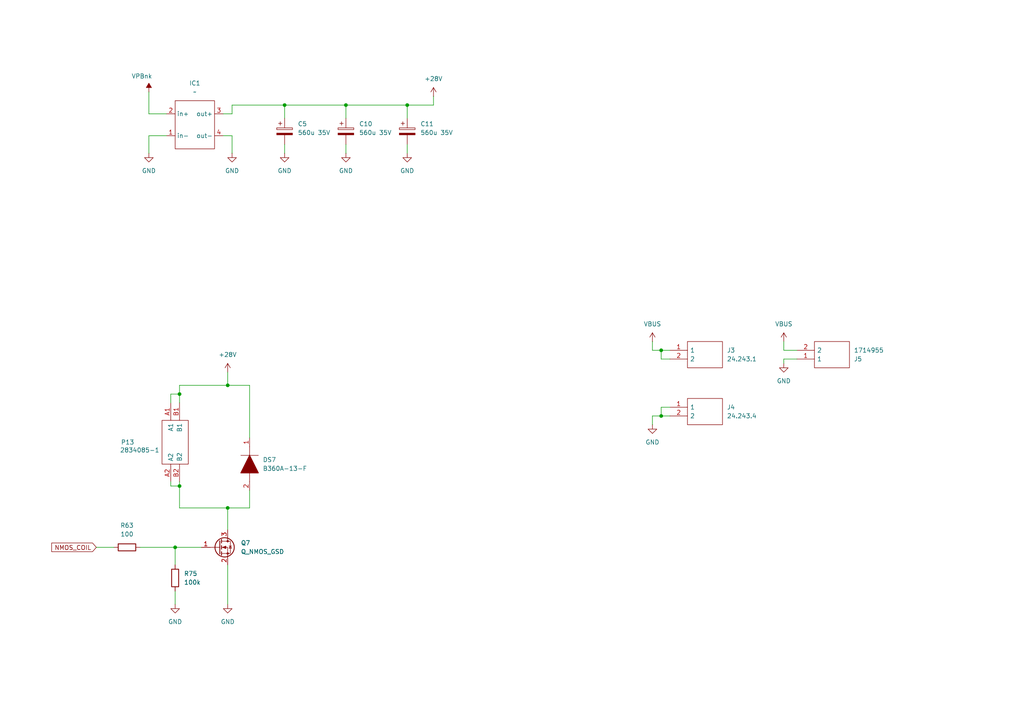
<source format=kicad_sch>
(kicad_sch (version 20250114) (generator "eeschema") (generator_version "9.0")
  (paper "A4")
  (lib_symbols
    (symbol "Device:C_Polarized" (pin_numbers (hide yes)) (pin_names (offset 0.254))
      (property "Reference" "C" (at 0.635 2.54 0))
      (property "Value" "C_Polarized" (at 0.635 -2.54 0))
      (symbol "C_Polarized_0_1"
        (rectangle (start -2.286 0.508) (end 2.286 1.016))
        (polyline (pts (xy -1.778 2.286) (xy -0.762 2.286)))
        (polyline (pts (xy -1.27 2.794) (xy -1.27 1.778)))
        (rectangle (start 2.286 -0.508) (end -2.286 -1.016) (fill (type outline)))
      )
      (symbol "C_Polarized_1_1"
        (pin passive line (at 0 3.81 270) (length 2.794) (name "~") (number "1"))
        (pin passive line (at 0 -3.81 90) (length 2.794) (name "~") (number "2"))
      )
    )
    (symbol "Device:R" (pin_numbers (hide yes)) (pin_names (offset 0))
      (property "Reference" "R" (at 2.032 0 90))
      (property "Value" "R" (at 0 0 90))
      (symbol "R_0_1"
        (rectangle (start -1.016 -2.54) (end 1.016 2.54) (stroke (width 0.254)))
      )
      (symbol "R_1_1"
        (pin passive line (at 0 3.81 270) (length 1.27) (name "~") (number "1"))
        (pin passive line (at 0 -3.81 90) (length 1.27) (name "~") (number "2"))
      )
    )
    (symbol "SamacSys_Parts:1714955" (pin_names (offset 0.762))
      (property "Reference" "J" (at 16.51 7.62 0))
      (property "Value" "1714955" (at 16.51 5.08 0))
      (symbol "1714955_0_0"
        (pin passive line (at 0 0 0) (length 5.08) (name "1") (number "1"))
        (pin passive line (at 0 -2.54 0) (length 5.08) (name "2") (number "2"))
      )
      (symbol "1714955_0_1"
        (polyline (pts (xy 5.08 2.54) (xy 15.24 2.54) (xy 15.24 -5.08) (xy 5.08 -5.08) (xy 5.08 2.54)) (stroke (width 0.1524)))
      )
    )
    (symbol "SamacSys_Parts:24.243.1" (pin_names (offset 0.762))
      (property "Reference" "J" (at 16.51 7.62 0))
      (property "Value" "24.243.1" (at 16.51 5.08 0))
      (symbol "24.243.1_0_0"
        (pin passive line (at 0 0 0) (length 5.08) (name "1") (number "1"))
        (pin passive line (at 0 -2.54 0) (length 5.08) (name "2") (number "2"))
      )
      (symbol "24.243.1_0_1"
        (polyline (pts (xy 5.08 2.54) (xy 15.24 2.54) (xy 15.24 -5.08) (xy 5.08 -5.08) (xy 5.08 2.54)) (stroke (width 0.1524)))
      )
    )
    (symbol "SamacSys_Parts:24.243.4" (pin_names (offset 0.762))
      (property "Reference" "J" (at 16.51 7.62 0))
      (property "Value" "24.243.4" (at 16.51 5.08 0))
      (symbol "24.243.4_0_0"
        (pin passive line (at 0 0 0) (length 5.08) (name "1") (number "1"))
        (pin passive line (at 0 -2.54 0) (length 5.08) (name "2") (number "2"))
      )
      (symbol "24.243.4_0_1"
        (polyline (pts (xy 5.08 2.54) (xy 15.24 2.54) (xy 15.24 -5.08) (xy 5.08 -5.08) (xy 5.08 2.54)) (stroke (width 0.1524)))
      )
    )
    (symbol "SamacSys_Parts:2834085-1" (pin_names (offset 0.762))
      (property "Reference" "J" (at 19.05 7.62 0))
      (property "Value" "2834085-1" (at 19.05 5.08 0))
      (symbol "2834085-1_0_0"
        (pin passive line (at 0 0 0) (length 5.08) (name "B1") (number "B1"))
        (pin passive line (at 0 -2.54 0) (length 5.08) (name "A1") (number "A1"))
        (pin passive line (at 22.86 0 180) (length 5.08) (name "B2") (number "B2"))
        (pin passive line (at 22.86 -2.54 180) (length 5.08) (name "A2") (number "A2"))
      )
      (symbol "2834085-1_0_1"
        (polyline (pts (xy 5.08 2.54) (xy 17.78 2.54) (xy 17.78 -5.08) (xy 5.08 -5.08) (xy 5.08 2.54)) (stroke (width 0.1524)))
      )
    )
    (symbol "SamacSys_Parts:B360A-13-F" (pin_names (offset 0.762))
      (property "Reference" "D" (at 11.43 5.08 0))
      (property "Value" "B360A-13-F" (at 11.43 2.54 0))
      (symbol "B360A-13-F_0_0"
        (pin passive line (at 0 0 0) (length 2.54) (name "~") (number "1"))
        (pin passive line (at 15.24 0 180) (length 2.54) (name "~") (number "2"))
      )
      (symbol "B360A-13-F_0_1"
        (polyline (pts (xy 2.54 0) (xy 5.08 0)) (stroke (width 0.1524)))
        (polyline (pts (xy 5.08 2.54) (xy 5.08 -2.54)) (stroke (width 0.1524)))
        (polyline (pts (xy 5.08 0) (xy 10.16 2.54) (xy 10.16 -2.54) (xy 5.08 0)) (stroke (width 0.254)) (fill (type outline)))
        (polyline (pts (xy 10.16 0) (xy 12.7 0)) (stroke (width 0.1524)))
      )
    )
    (symbol "Transistor_FET:Q_NMOS_GSD" (pin_names (offset 0) (hide yes))
      (property "Reference" "Q" (at 5.08 1.905 0))
      (property "Value" "Q_NMOS_GSD" (at 5.08 0 0))
      (symbol "Q_NMOS_GSD_0_1"
        (polyline (pts (xy 0.254 1.905) (xy 0.254 -1.905)) (stroke (width 0.254)))
        (polyline (pts (xy 0.254 0) (xy -2.54 0)))
        (polyline (pts (xy 0.762 2.286) (xy 0.762 1.27)) (stroke (width 0.254)))
        (polyline (pts (xy 0.762 0.508) (xy 0.762 -0.508)) (stroke (width 0.254)))
        (polyline (pts (xy 0.762 -1.27) (xy 0.762 -2.286)) (stroke (width 0.254)))
        (polyline (pts (xy 0.762 -1.778) (xy 3.302 -1.778) (xy 3.302 1.778) (xy 0.762 1.778)))
        (polyline (pts (xy 1.016 0) (xy 2.032 0.381) (xy 2.032 -0.381) (xy 1.016 0)) (fill (type outline)))
        (circle (center 1.651 0) (radius 2.794) (stroke (width 0.254)))
        (polyline (pts (xy 2.54 2.54) (xy 2.54 1.778)))
        (circle (center 2.54 1.778) (radius 0.254) (fill (type outline)))
        (circle (center 2.54 -1.778) (radius 0.254) (fill (type outline)))
        (polyline (pts (xy 2.54 -2.54) (xy 2.54 0) (xy 0.762 0)))
        (polyline (pts (xy 2.921 0.381) (xy 3.683 0.381)))
        (polyline (pts (xy 3.302 0.381) (xy 2.921 -0.254) (xy 3.683 -0.254) (xy 3.302 0.381)))
      )
      (symbol "Q_NMOS_GSD_1_1"
        (pin input line (at -5.08 0 0) (length 2.54) (name "G") (number "1"))
        (pin passive line (at 2.54 5.08 270) (length 2.54) (name "D") (number "3"))
        (pin passive line (at 2.54 -5.08 90) (length 2.54) (name "S") (number "2"))
      )
    )
    (symbol "my_library:XL6009_boost"
      (property "Reference" "U" (at 0 0 0))
      (symbol "XL6009_boost_0_1"
        (rectangle (start -5.08 -1.27) (end 6.35 -15.24))
      )
      (symbol "XL6009_boost_1_1"
        (pin input line (at -7.62 -5.08 0) (length 2.54) (name "in+") (number "2"))
        (pin input line (at -7.62 -11.43 0) (length 2.54) (name "in-") (number "1"))
        (pin output line (at 8.89 -5.08 180) (length 2.54) (name "out+") (number "3"))
        (pin output line (at 8.89 -11.43 180) (length 2.54) (name "out-") (number "4"))
      )
    )
    (symbol "power:+28V" (power) (pin_numbers (hide yes)) (pin_names (offset 0) (hide yes))
      (property "Value" "+28V" (at 0 3.556 0))
      (symbol "+28V_0_1"
        (polyline (pts (xy -0.762 1.27) (xy 0 2.54)))
        (polyline (pts (xy 0 2.54) (xy 0.762 1.27)))
        (polyline (pts (xy 0 0) (xy 0 2.54)))
      )
      (symbol "+28V_1_1"
        (pin power_in line (at 0 0 90) (length 0) (name "~") (number "1"))
      )
    )
    (symbol "power:GND" (power) (pin_numbers (hide yes)) (pin_names (offset 0) (hide yes))
      (property "Value" "GND" (at 0 -3.81 0))
      (symbol "GND_0_1"
        (polyline (pts (xy 0 0) (xy 0 -1.27) (xy 1.27 -1.27) (xy 0 -2.54) (xy -1.27 -1.27) (xy 0 -1.27)))
      )
      (symbol "GND_1_1"
        (pin power_in line (at 0 0 270) (length 0) (name "~") (number "1"))
      )
    )
    (symbol "power:VBUS" (power) (pin_numbers (hide yes)) (pin_names (offset 0) (hide yes))
      (property "Value" "VBUS" (at 0 3.556 0))
      (symbol "VBUS_0_1"
        (polyline (pts (xy -0.762 1.27) (xy 0 2.54)))
        (polyline (pts (xy 0 2.54) (xy 0.762 1.27)))
        (polyline (pts (xy 0 0) (xy 0 2.54)))
      )
      (symbol "VBUS_1_1"
        (pin power_in line (at 0 0 90) (length 0) (name "~") (number "1"))
      )
    )
    (symbol "power:VCOM" (power) (pin_numbers (hide yes)) (pin_names (offset 0) (hide yes))
      (property "Value" "VCOM" (at 0 3.556 0))
      (symbol "VCOM_0_1"
        (polyline (pts (xy 0 0) (xy 0 2.54)))
        (polyline (pts (xy 0.762 1.27) (xy -0.762 1.27) (xy 0 2.54) (xy 0.762 1.27)) (fill (type outline)))
      )
      (symbol "VCOM_1_1"
        (pin power_in line (at 0 0 90) (length 0) (name "~") (number "1"))
      )
    )
  )
  (junction (at 52.07 140.97))
  (junction (at 66.04 111.76))
  (junction (at 66.04 147.32))
  (junction (at 50.8 158.75))
  (junction (at 52.07 114.3))
  (junction (at 191.77 120.65))
  (junction (at 100.33 30.48))
  (junction (at 191.77 101.6))
  (junction (at 82.55 30.48))
  (junction (at 118.11 30.48))
  (wire (pts (xy 118.11 30.48) (xy 118.11 34.29)))
  (wire (pts (xy 43.18 44.45) (xy 43.18 39.37)))
  (wire (pts (xy 189.23 99.06) (xy 189.23 101.6)))
  (wire (pts (xy 194.31 120.65) (xy 191.77 120.65)))
  (wire (pts (xy 66.04 153.67) (xy 66.04 147.32)))
  (wire (pts (xy 189.23 101.6) (xy 191.77 101.6)))
  (wire (pts (xy 191.77 118.11) (xy 191.77 120.65)))
  (wire (pts (xy 189.23 120.65) (xy 189.23 123.19)))
  (wire (pts (xy 50.8 171.45) (xy 50.8 175.26)))
  (wire (pts (xy 67.31 30.48) (xy 82.55 30.48)))
  (wire (pts (xy 50.8 158.75) (xy 50.8 163.83)))
  (wire (pts (xy 66.04 147.32) (xy 72.39 147.32)))
  (wire (pts (xy 82.55 41.91) (xy 82.55 44.45)))
  (wire (pts (xy 82.55 30.48) (xy 82.55 34.29)))
  (wire (pts (xy 191.77 101.6) (xy 194.31 101.6)))
  (wire (pts (xy 66.04 107.95) (xy 66.04 111.76)))
  (wire (pts (xy 49.53 139.7) (xy 49.53 140.97)))
  (wire (pts (xy 72.39 147.32) (xy 72.39 142.24)))
  (wire (pts (xy 72.39 111.76) (xy 72.39 127)))
  (wire (pts (xy 43.18 39.37) (xy 48.26 39.37)))
  (wire (pts (xy 227.33 105.41) (xy 227.33 104.14)))
  (wire (pts (xy 227.33 99.06) (xy 227.33 101.6)))
  (wire (pts (xy 27.94 158.75) (xy 33.02 158.75)))
  (wire (pts (xy 118.11 41.91) (xy 118.11 44.45)))
  (wire (pts (xy 66.04 111.76) (xy 72.39 111.76)))
  (wire (pts (xy 100.33 30.48) (xy 118.11 30.48)))
  (wire (pts (xy 40.64 158.75) (xy 50.8 158.75)))
  (wire (pts (xy 52.07 114.3) (xy 52.07 111.76)))
  (wire (pts (xy 125.73 27.94) (xy 125.73 30.48)))
  (wire (pts (xy 227.33 104.14) (xy 231.14 104.14)))
  (wire (pts (xy 49.53 116.84) (xy 49.53 114.3)))
  (wire (pts (xy 52.07 114.3) (xy 52.07 116.84)))
  (wire (pts (xy 82.55 30.48) (xy 100.33 30.48)))
  (wire (pts (xy 227.33 101.6) (xy 231.14 101.6)))
  (wire (pts (xy 52.07 140.97) (xy 52.07 139.7)))
  (wire (pts (xy 49.53 140.97) (xy 52.07 140.97)))
  (wire (pts (xy 194.31 118.11) (xy 191.77 118.11)))
  (wire (pts (xy 49.53 114.3) (xy 52.07 114.3)))
  (wire (pts (xy 52.07 147.32) (xy 66.04 147.32)))
  (wire (pts (xy 67.31 33.02) (xy 67.31 30.48)))
  (wire (pts (xy 100.33 41.91) (xy 100.33 44.45)))
  (wire (pts (xy 66.04 163.83) (xy 66.04 175.26)))
  (wire (pts (xy 64.77 33.02) (xy 67.31 33.02)))
  (wire (pts (xy 191.77 120.65) (xy 189.23 120.65)))
  (wire (pts (xy 194.31 104.14) (xy 191.77 104.14)))
  (wire (pts (xy 64.77 39.37) (xy 67.31 39.37)))
  (wire (pts (xy 50.8 158.75) (xy 58.42 158.75)))
  (wire (pts (xy 67.31 39.37) (xy 67.31 44.45)))
  (wire (pts (xy 52.07 140.97) (xy 52.07 147.32)))
  (wire (pts (xy 118.11 30.48) (xy 125.73 30.48)))
  (wire (pts (xy 52.07 111.76) (xy 66.04 111.76)))
  (wire (pts (xy 43.18 33.02) (xy 48.26 33.02)))
  (wire (pts (xy 191.77 104.14) (xy 191.77 101.6)))
  (wire (pts (xy 43.18 26.67) (xy 43.18 33.02)))
  (wire (pts (xy 100.33 34.29) (xy 100.33 30.48)))
  (global_label "NMOS_COIL" (shape input) (at 27.94 158.75 180) (property "Intersheetrefs" "${INTERSHEET_REFS}" (effects (hide yes))))
  (symbol (lib_id "power:GND") (at 50.8 175.26 0) (unit 1)
    (property "Reference" "#PWR02" (effects (hide yes)))
    (property "Value" "GND" (at 50.8 180.34 0))
    (property "Description" "Power symbol creates a global label with name \"GND\" , ground" (effects (hide yes)))
  )
  (symbol (lib_id "Device:C_Polarized") (at 100.33 38.1 0) (unit 1)
    (property "Reference" "C10" (at 104.14 35.9409 0) (effects (justify left)))
    (property "Value" "560u 35V" (at 104.14 38.4809 0) (effects (justify left)))
    (property "Footprint" "Capacitor_SMD:CP_Elec_10x10.5" (effects (hide yes)))
    (property "Description" "Polarized capacitor" (effects (hide yes)))
  )
  (symbol (lib_id "power:GND") (at 189.23 123.19 0) (unit 1)
    (property "Reference" "#PWR057" (effects (hide yes)))
    (property "Value" "GND" (at 189.23 128.27 0))
    (property "Description" "Power symbol creates a global label with name \"GND\" , ground" (effects (hide yes)))
  )
  (symbol (lib_id "power:+28V") (at 125.73 27.94 0) (unit 1)
    (property "Reference" "#PWR054" (effects (hide yes)))
    (property "Value" "+28V" (at 125.73 22.86 0))
    (property "Description" "Power symbol creates a global label with name \"+28V\"" (effects (hide yes)))
  )
  (symbol (lib_id "Device:R") (at 50.8 167.64 0) (unit 1)
    (property "Reference" "R75" (at 53.34 166.3699 0) (effects (justify left)))
    (property "Value" "100k" (at 53.34 168.9099 0) (effects (justify left)))
    (property "Footprint" "Resistor_SMD:R_1206_3216Metric_Pad1.30x1.75mm_HandSolder" (effects (hide yes)))
    (property "Description" "Resistor" (effects (hide yes)))
  )
  (symbol (lib_id "power:GND") (at 67.31 44.45 0) (unit 1)
    (property "Reference" "#PWR049" (effects (hide yes)))
    (property "Value" "GND" (at 67.31 49.53 0))
    (property "Description" "Power symbol creates a global label with name \"GND\" , ground" (effects (hide yes)))
  )
  (symbol (lib_id "power:VBUS") (at 189.23 99.06 0) (unit 1)
    (property "Reference" "#PWR025" (effects (hide yes)))
    (property "Value" "VBUS" (at 189.23 93.98 0))
    (property "Description" "Power symbol creates a global label with name \"VBUS\"" (effects (hide yes)))
  )
  (symbol (lib_id "power:GND") (at 82.55 44.45 0) (unit 1)
    (property "Reference" "#PWR050" (effects (hide yes)))
    (property "Value" "GND" (at 82.55 49.53 0))
    (property "Description" "Power symbol creates a global label with name \"GND\" , ground" (effects (hide yes)))
  )
  (symbol (lib_id "Device:C_Polarized") (at 118.11 38.1 0) (unit 1)
    (property "Reference" "C11" (at 121.92 35.9409 0) (effects (justify left)))
    (property "Value" "560u 35V" (at 121.92 38.4809 0) (effects (justify left)))
    (property "Footprint" "Capacitor_SMD:CP_Elec_10x10.5" (effects (hide yes)))
    (property "Description" "Polarized capacitor" (effects (hide yes)))
  )
  (symbol (lib_id "power:GND") (at 118.11 44.45 0) (unit 1)
    (property "Reference" "#PWR052" (effects (hide yes)))
    (property "Value" "GND" (at 118.11 49.53 0))
    (property "Description" "Power symbol creates a global label with name \"GND\" , ground" (effects (hide yes)))
  )
  (symbol (lib_id "power:VCOM") (at 43.18 26.67 0) (unit 1)
    (property "Reference" "#PWR053" (effects (hide yes)))
    (property "Value" "VPBnk" (at 41.148 22.098 0))
    (property "Description" "Power symbol creates a global label with name \"VCOM\"" (effects (hide yes)))
  )
  (symbol (lib_id "Device:C_Polarized") (at 82.55 38.1 0) (unit 1)
    (property "Reference" "C5" (at 86.36 35.9409 0) (effects (justify left)))
    (property "Value" "560u 35V" (at 86.36 38.4809 0) (effects (justify left)))
    (property "Footprint" "Capacitor_SMD:CP_Elec_10x10.5" (effects (hide yes)))
    (property "Description" "Polarized capacitor" (effects (hide yes)))
  )
  (symbol (lib_id "SamacSys_Parts:B360A-13-F") (at 72.39 127 270) (unit 1)
    (property "Reference" "DS7" (at 76.2 133.3499 90) (effects (justify left)))
    (property "Value" "B360A-13-F" (at 76.2 135.8899 90) (effects (justify left)))
    (property "Footprint" "DIOM5226X240N" (effects (hide yes)))
    (property "Datasheet" "https://www.diodes.com/assets/Datasheets/ds30891.pdf" (effects (hide yes)))
    (property "Description" "Schottky Diode 3A 60V 0.7Vf SMA Diodes Inc B360A-13-F, SMT Schottky Diode, 60V 3A, 2-Pin DO-214AC" (effects (hide yes)))
    (property "Description_1" "Schottky Diode 3A 60V 0.7Vf SMA Diodes Inc B360A-13-F, SMT Schottky Diode, 60V 3A, 2-Pin DO-214AC" (effects (hide yes)))
    (property "Height" "2.4" (effects (hide yes)))
    (property "Manufacturer_Name" "Diodes Incorporated" (effects (hide yes)))
    (property "Manufacturer_Part_Number" "B360A-13-F" (effects (hide yes)))
    (property "Mouser Part Number" "621-B360A-F" (effects (hide yes)))
    (property "Mouser Price/Stock" "https://www.mouser.co.uk/ProductDetail/Diodes-Incorporated/B360A-13-F?qs=sVoUGXYOGv3xoCWNHVb4bA%3D%3D" (effects (hide yes)))
    (property "Arrow Part Number" "B360A-13-F" (effects (hide yes)))
    (property "Arrow Price/Stock" "https://www.arrow.com/en/products/b360a-13-f/diodes-incorporated?region=nac" (effects (hide yes)))
  )
  (symbol (lib_id "SamacSys_Parts:24.243.1") (at 194.31 101.6 0) (unit 1)
    (property "Reference" "J3" (at 210.82 101.5999 0) (effects (justify left)))
    (property "Value" "24.243.1" (at 210.82 104.1399 0) (effects (justify left)))
    (property "Footprint" "242431" (effects (hide yes)))
    (property "Datasheet" "http://www.farnell.com/datasheets/2963540.pdf?_ga=2.199777254.991449896.1595857287-1495830251.1592303065&_gac=1.182773010.1595941966.EAIaIQobChMIoa-QjoPw6gIVEeJ3Ch0ugwDCEAAYASAAEgKbEvD_BwE" (effects (hide yes)))
    (property "Description" "Banana Test Connector, 4mm, Socket, PCB Mount, 24 A, 60 VDC, Silver Plated Contacts, Red" (effects (hide yes)))
    (property "Description_1" "Banana Test Connector, 4mm, Socket, PCB Mount, 24 A, 60 VDC, Silver Plated Contacts, Red" (effects (hide yes)))
    (property "Height" "12.6" (effects (hide yes)))
    (property "Manufacturer_Name" "Multicomp Pro" (effects (hide yes)))
    (property "Manufacturer_Part_Number" "24.243.1" (effects (hide yes)))
  )
  (symbol (lib_id "SamacSys_Parts:2834085-1") (at 52.07 116.84 270) (unit 1)
    (property "Reference" "P13" (at 35.052 128.27 90) (effects (justify left)))
    (property "Value" "2834085-1" (at 34.798 130.556 90) (effects (justify left)))
    (property "Footprint" "28340851" (effects (hide yes)))
    (property "Datasheet" "https://www.te.com/commerce/DocumentDelivery/DDEController?Action=srchrtrv&DocNm=1-1773930-3_BuchananWM_Brochure&DocType=Data%20Sheet&DocLang=Chinese (Simplified)&PartCntxt=2834085-1&DocFormat=pdf" (effects (hide yes)))
    (property "Description" "Body Features: Product Orientation Vertical | Primary Product Color Gray | Configuration Features: Wire Entry Angle 45 | Wire Entry Location Side | Number of Positions 2 | Stacking Configuration Side Stackable | Number of Rows 1 | Contact Features: Contact Mating Area Plating Material Tin | Contact Base Material Copper | Contact Current Rating (Max) 4 AMP | Dimensions: Wire Size 28  20 AWG | Electrical Characteristics: Operating Voltage 300 VAC | Housing Features: Housing Material High Temperature Nylo" (effects (hide yes)))
    (property "Description_1" "Body Features: Product Orientation Vertical | Primary Product Color Gray | Configuration Features: Wire Entry Angle 45 | Wire Entry Location Side | Number of Positions 2 | Stacking Configuration Side Stackable | Number of Rows 1 | Contact Features: Contact Mating Area Plating Material Tin | Contact Base Material Copper | Contact Current Rating (Max) 4 AMP | Dimensions: Wire Size 28  20 AWG | Electrical Characteristics: Operating Voltage 300 VAC | Housing Features: Housing Material High Temperature Nylo" (effects (hide yes)))
    (property "Height" "11.9" (effects (hide yes)))
    (property "Manufacturer_Name" "TE Connectivity" (effects (hide yes)))
    (property "Manufacturer_Part_Number" "2834085-1" (effects (hide yes)))
    (property "Mouser Part Number" "571-2834085-1" (effects (hide yes)))
    (property "Mouser Price/Stock" "https://www.mouser.co.uk/ProductDetail/TE-Connectivity/2834085-1?qs=Ok18xCFj7mskl9QXs6AxRQ%3D%3D" (effects (hide yes)))
    (property "Arrow Part Number" "2834085-1" (effects (hide yes)))
    (property "Arrow Price/Stock" "https://www.arrow.com/en/products/2834085-1/te-connectivity?region=nac" (effects (hide yes)))
  )
  (symbol (lib_id "my_library:XL6009_boost") (at 55.88 27.94 0) (unit 1)
    (property "Reference" "IC1" (at 56.515 24.13 0))
    (property "Value" "~" (at 56.515 26.67 0))
    (property "Footprint" "components:XL6009_boost" (effects (hide yes)))
  )
  (symbol (lib_id "Device:R") (at 36.83 158.75 90) (unit 1)
    (property "Reference" "R63" (at 36.83 152.4 90))
    (property "Value" "100" (at 36.83 154.94 90))
    (property "Footprint" "Resistor_SMD:R_1206_3216Metric_Pad1.30x1.75mm_HandSolder" (effects (hide yes)))
    (property "Description" "Resistor" (effects (hide yes)))
  )
  (symbol (lib_id "SamacSys_Parts:24.243.4") (at 194.31 118.11 0) (unit 1)
    (property "Reference" "J4" (at 210.82 118.1099 0) (effects (justify left)))
    (property "Value" "24.243.4" (at 210.82 120.6499 0) (effects (justify left)))
    (property "Footprint" "242434" (effects (hide yes)))
    (property "Datasheet" "https://componentsearchengine.com/Datasheets/2/24.243.4.pdf" (effects (hide yes)))
    (property "Description" "BANANA JACK, 4MM, 24A, TH, GREEN; Gender:Socket; Connector Mounting:PCB Mount; Current Rating:24A; Voltage Rating:60VDC; Contact Plating:Silver Plated Contacts; Connector Colour:Green; Contact Material:Brass RoHS Compliant: Yes" (effects (hide yes)))
    (property "Description_1" "BANANA JACK, 4MM, 24A, TH, GREEN; Gender:Socket; Connector Mounting:PCB Mount; Current Rating:24A; Voltage Rating:60VDC; Contact Plating:Silver Plated Contacts; Connector Colour:Green; Contact Material:Brass RoHS Compliant: Yes" (effects (hide yes)))
    (property "Height" "13" (effects (hide yes)))
    (property "Manufacturer_Name" "Multicomp Pro" (effects (hide yes)))
    (property "Manufacturer_Part_Number" "24.243.4" (effects (hide yes)))
  )
  (symbol (lib_id "power:VBUS") (at 227.33 99.06 0) (unit 1)
    (property "Reference" "#PWR055" (effects (hide yes)))
    (property "Value" "VBUS" (at 227.33 93.98 0))
    (property "Description" "Power symbol creates a global label with name \"VBUS\"" (effects (hide yes)))
  )
  (symbol (lib_id "Transistor_FET:Q_NMOS_GSD") (at 63.5 158.75 0) (unit 1)
    (property "Reference" "Q7" (at 69.85 157.4799 0) (effects (justify left)))
    (property "Value" "Q_NMOS_GSD" (at 69.85 160.0199 0) (effects (justify left)))
    (property "Footprint" "Package_TO_SOT_SMD:SOT-23-3" (effects (hide yes)))
    (property "Description" "N-MOSFET transistor, gate/source/drain" (effects (hide yes)))
  )
  (symbol (lib_id "power:GND") (at 66.04 175.26 0) (unit 1)
    (property "Reference" "#PWR046" (effects (hide yes)))
    (property "Value" "GND" (at 66.04 180.34 0))
    (property "Description" "Power symbol creates a global label with name \"GND\" , ground" (effects (hide yes)))
  )
  (symbol (lib_id "SamacSys_Parts:1714955") (at 231.14 104.14 0) (mirror x) (unit 1)
    (property "Reference" "J5" (at 247.65 104.1401 0) (effects (justify left)))
    (property "Value" "1714955" (at 247.65 101.6001 0) (effects (justify left)))
    (property "Footprint" "1714955" (effects (hide yes)))
    (property "Datasheet" "https://www.phoenixcontact.com/online/portal/us?uri=pxc-oc-itemdetail:pid=1714955&library=usen&tab=1" (effects (hide yes)))
    (property "Description" "PCB terminal block, nominal current: 32 A, rated voltage (III/2): 630 V, nominal cross section: 4 mm?, Number of potentials: 2, Number of rows: 1, Number of positions per row: 2, product range: MKDS 5, pitch: 6.35 mm, connection method: Screw connection with tension sleeve, mounting: Wave soldering, conductor/PCB connection direction: 0 ?, color: green, Pin layout: Linear pinning, Solder pin [P]: 5.1 mm, type of packaging: packed in cardboard. The article can be aligned to create different nos. of positions" (effects (hide yes)))
    (property "Description_1" "PCB terminal block, nominal current: 32 A, rated voltage (III/2): 630 V, nominal cross section: 4 mm?, Number of potentials: 2, Number of rows: 1, Number of positions per row: 2, product range: MKDS 5, pitch: 6.35 mm, connection method: Screw connection with tension sleeve, mounting: Wave soldering, conductor/PCB connection direction: 0 ?, color: green, Pin layout: Linear pinning, Solder pin [P]: 5.1 mm, type of packaging: packed in cardboard. The article can be aligned to create different nos. of positions" (effects (hide yes)))
    (property "Height" "21.7" (effects (hide yes)))
    (property "Manufacturer_Name" "Phoenix Contact" (effects (hide yes)))
    (property "Manufacturer_Part_Number" "1714955" (effects (hide yes)))
    (property "Mouser Part Number" "651-1714955" (effects (hide yes)))
    (property "Mouser Price/Stock" "https://www.mouser.co.uk/ProductDetail/Phoenix-Contact/1714955?qs=cyzODkzcbwAF65hL8%2FUyaQ%3D%3D" (effects (hide yes)))
    (property "Arrow Part Number" "1714955" (effects (hide yes)))
    (property "Arrow Price/Stock" "https://www.arrow.com/en/products/1714955/phoenix-contact?utm_currency=USD&region=nac" (effects (hide yes)))
  )
  (symbol (lib_id "power:GND") (at 227.33 105.41 0) (unit 1)
    (property "Reference" "#PWR056" (effects (hide yes)))
    (property "Value" "GND" (at 227.33 110.49 0))
    (property "Description" "Power symbol creates a global label with name \"GND\" , ground" (effects (hide yes)))
  )
  (symbol (lib_id "power:+28V") (at 66.04 107.95 0) (unit 1)
    (property "Reference" "#PWR047" (effects (hide yes)))
    (property "Value" "+28V" (at 66.04 102.87 0))
    (property "Description" "Power symbol creates a global label with name \"+28V\"" (effects (hide yes)))
  )
  (symbol (lib_id "power:GND") (at 43.18 44.45 0) (unit 1)
    (property "Reference" "#PWR048" (effects (hide yes)))
    (property "Value" "GND" (at 43.18 49.53 0))
    (property "Description" "Power symbol creates a global label with name \"GND\" , ground" (effects (hide yes)))
  )
  (symbol (lib_id "power:GND") (at 100.33 44.45 0) (unit 1)
    (property "Reference" "#PWR051" (effects (hide yes)))
    (property "Value" "GND" (at 100.33 49.53 0))
    (property "Description" "Power symbol creates a global label with name \"GND\" , ground" (effects (hide yes)))
  )
)
</source>
